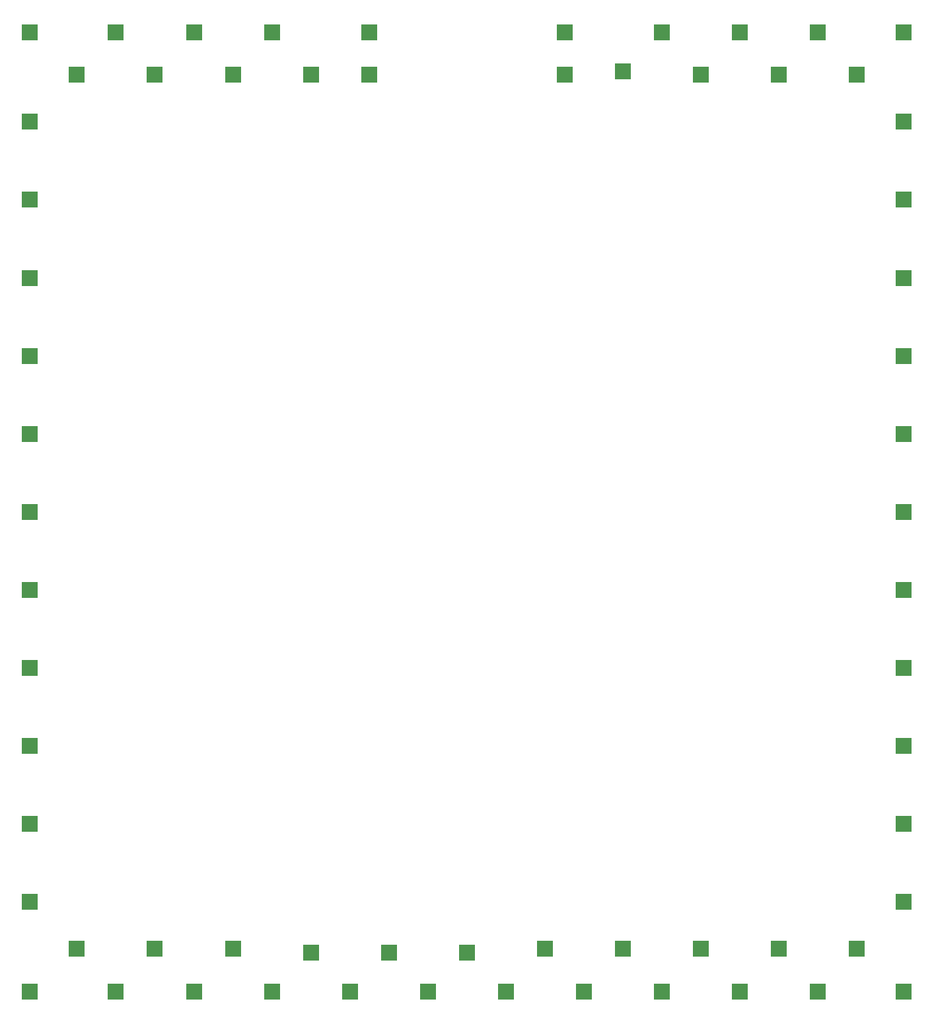
<source format=gbr>
G04 #@! TF.GenerationSoftware,KiCad,Pcbnew,(5.1.2)-2*
G04 #@! TF.CreationDate,2019-09-25T13:34:37+02:00*
G04 #@! TF.ProjectId,foam-template,666f616d-2d74-4656-9d70-6c6174652e6b,rev?*
G04 #@! TF.SameCoordinates,Original*
G04 #@! TF.FileFunction,Copper,L2,Bot*
G04 #@! TF.FilePolarity,Positive*
%FSLAX46Y46*%
G04 Gerber Fmt 4.6, Leading zero omitted, Abs format (unit mm)*
G04 Created by KiCad (PCBNEW (5.1.2)-2) date 2019-09-25 13:34:37*
%MOMM*%
%LPD*%
G04 APERTURE LIST*
%ADD10R,2.000000X2.000000*%
G04 APERTURE END LIST*
D10*
X100000000Y-156500000D03*
X105000000Y-161500000D03*
X112500000Y-38500000D03*
X112500000Y-44000000D03*
X120000000Y-43500000D03*
X130000000Y-44000000D03*
X125000000Y-38500000D03*
X135000000Y-38500000D03*
X140000000Y-44000000D03*
X145000000Y-38500000D03*
X150000000Y-44000000D03*
X156000000Y-38500000D03*
X156000000Y-50000000D03*
X156000000Y-60000000D03*
X156000000Y-70000000D03*
X156000000Y-80000000D03*
X156000000Y-90000000D03*
X156000000Y-100000000D03*
X156000000Y-110000000D03*
X156000000Y-120000000D03*
X156000000Y-130000000D03*
X156000000Y-140000000D03*
X120000000Y-156000000D03*
X130000000Y-156000000D03*
X140000000Y-156000000D03*
X125000000Y-161500000D03*
X135000000Y-161500000D03*
X145000000Y-161500000D03*
X156000000Y-150000000D03*
X150000000Y-156000000D03*
X156000000Y-161500000D03*
X115000000Y-161500000D03*
X110000000Y-156000000D03*
X95000000Y-161500000D03*
X90000000Y-156500000D03*
X80000000Y-156500000D03*
X70000000Y-156000000D03*
X85000000Y-161500000D03*
X75000000Y-161500000D03*
X65000000Y-161500000D03*
X60000000Y-156000000D03*
X55000000Y-161500000D03*
X50000000Y-156000000D03*
X44000000Y-161500000D03*
X44000000Y-150000000D03*
X44000000Y-140000000D03*
X44000000Y-130000000D03*
X44000000Y-120000000D03*
X44000000Y-110000000D03*
X44000000Y-100000000D03*
X44000000Y-90000000D03*
X44000000Y-80000000D03*
X44000000Y-70000000D03*
X44000000Y-60000000D03*
X80000000Y-44000000D03*
X70000000Y-44000000D03*
X60000000Y-44000000D03*
X75000000Y-38500000D03*
X65000000Y-38500000D03*
X55000000Y-38500000D03*
X44000000Y-50000000D03*
X50000000Y-44000000D03*
X44000000Y-38500000D03*
X87500000Y-44000000D03*
X87500000Y-38500000D03*
M02*

</source>
